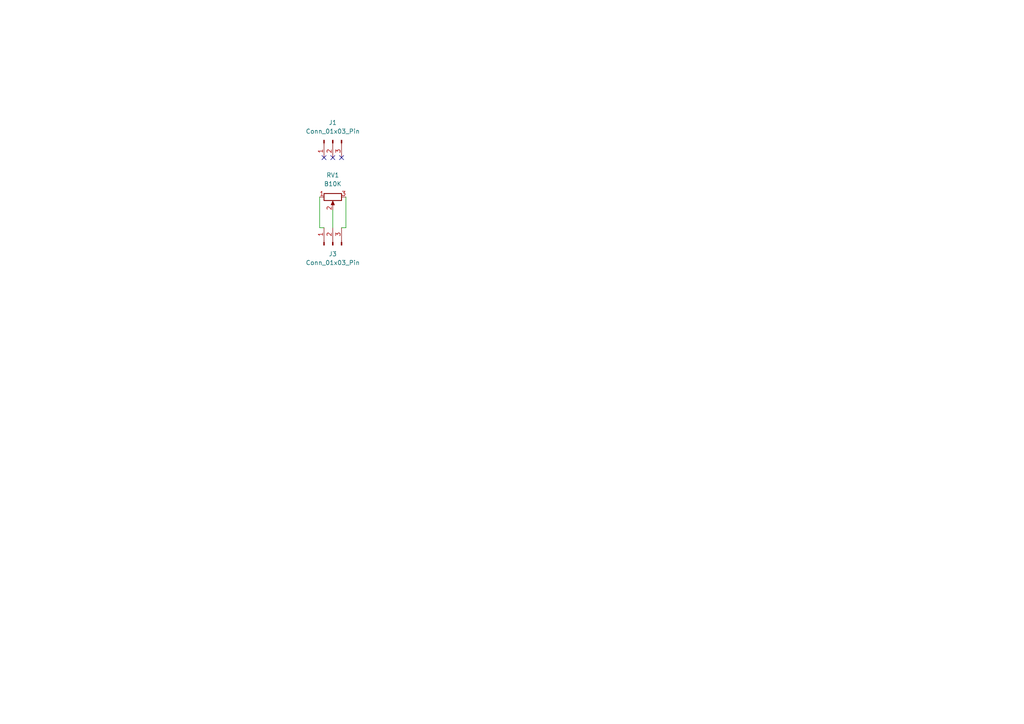
<source format=kicad_sch>
(kicad_sch (version 20250114) (generator "eeschema") (generator_version "9.0")
  (paper "A4")
  (lib_symbols
    (symbol "Connector:Conn_01x03_Pin" (pin_names (offset 1.016) (hide yes))
      (property "Reference" "J" (at 0 5.08 0))
      (property "Value" "Conn_01x03_Pin" (at 0 -5.08 0))
      (symbol "Conn_01x03_Pin_1_1"
        (rectangle (start 0.8636 2.667) (end 0 2.413) (stroke (width 0.1524)) (fill (type outline)))
        (rectangle (start 0.8636 0.127) (end 0 -0.127) (stroke (width 0.1524)) (fill (type outline)))
        (rectangle (start 0.8636 -2.413) (end 0 -2.667) (stroke (width 0.1524)) (fill (type outline)))
        (polyline (pts (xy 1.27 2.54) (xy 0.8636 2.54)) (stroke (width 0.1524)))
        (polyline (pts (xy 1.27 0) (xy 0.8636 0)) (stroke (width 0.1524)))
        (polyline (pts (xy 1.27 -2.54) (xy 0.8636 -2.54)) (stroke (width 0.1524)))
        (pin passive line (at 5.08 2.54 180) (length 3.81) (name "Pin_1") (number "1"))
        (pin passive line (at 5.08 0 180) (length 3.81) (name "Pin_2") (number "2"))
        (pin passive line (at 5.08 -2.54 180) (length 3.81) (name "Pin_3") (number "3"))
      )
    )
    (symbol "Lichen:Potentiometer" (pin_names (offset 1.016) (hide yes))
      (property "Reference" "RV1" (at -2.54 -1.2701 0))
      (property "Value" "B10K" (at -2.54 1.2699 0))
      (symbol "Potentiometer_0_1"
        (rectangle (start 1.016 2.54) (end -1.016 -2.54) (stroke (width 0.254)))
        (polyline (pts (xy 1.143 0) (xy 2.286 0.508) (xy 2.286 -0.508) (xy 1.143 0)) (fill (type outline)))
        (polyline (pts (xy 2.54 0) (xy 1.524 0)))
      )
      (symbol "Potentiometer_1_1"
        (pin passive line (at 0 3.81 270) (length 1.27) (name "1") (number "1"))
        (pin passive line (at 0 -3.81 90) (length 1.27) (name "3") (number "3"))
        (pin passive line (at 3.81 0 180) (length 1.27) (name "2") (number "2"))
      )
    )
  )
  (no_connect (at 99.06 45.72))
  (no_connect (at 96.52 45.72))
  (no_connect (at 93.98 45.72))
  (wire (pts (xy 100.33 66.04) (xy 99.06 66.04)))
  (wire (pts (xy 96.52 60.96) (xy 96.52 66.04)))
  (wire (pts (xy 100.33 57.15) (xy 100.33 66.04)))
  (wire (pts (xy 92.71 66.04) (xy 93.98 66.04)))
  (wire (pts (xy 92.71 57.15) (xy 92.71 66.04)))
  (symbol (lib_id "Connector:Conn_01x03_Pin") (at 96.52 40.64 90) (mirror x) (unit 1)
    (property "Reference" "J1" (at 96.52 35.56 90))
    (property "Value" "Conn_01x03_Pin" (at 96.52 38.1 90))
    (property "Footprint" "Connector_PinHeader_2.54mm:PinHeader_1x03_P2.54mm_Vertical" (effects (hide yes)))
    (property "Description" "Generic connector, single row, 01x03, script generated" (effects (hide yes)))
  )
  (symbol (lib_id "Connector:Conn_01x03_Pin") (at 96.52 71.12 90) (unit 1)
    (property "Reference" "J3" (at 96.52 73.66 90))
    (property "Value" "Conn_01x03_Pin" (at 96.52 76.2 90))
    (property "Footprint" "Connector_PinHeader_2.54mm:PinHeader_1x03_P2.54mm_Vertical" (effects (hide yes)))
    (property "Description" "Generic connector, single row, 01x03, script generated" (effects (hide yes)))
  )
  (symbol (lib_id "Lichen:Potentiometer") (at 96.52 57.15 90) (mirror x) (unit 1)
    (property "Reference" "RV1" (at 96.52 50.8 90))
    (property "Value" "B10K" (at 96.52 53.34 90))
    (property "Footprint" "Lichen:Potentiometer_Alpha_RD901_Eurorack" (effects (hide yes)))
    (property "Datasheet" "https://www.thonk.co.uk/wp-content/uploads/2017/12/Alpha-9mm-Vertical-T18-RD901F-40-15K-B50K-0057.pdf" (effects (hide yes)))
    (property "Description" "Alpha RD901 Vertical Snap-In Potentiometer" (effects (hide yes)))
    (property "Part Number" "RD901F-40" (effects (hide yes)))
    (property "Manufacturer" "Taiwan Alpha Electronic" (effects (hide yes)))
  )
)
</source>
